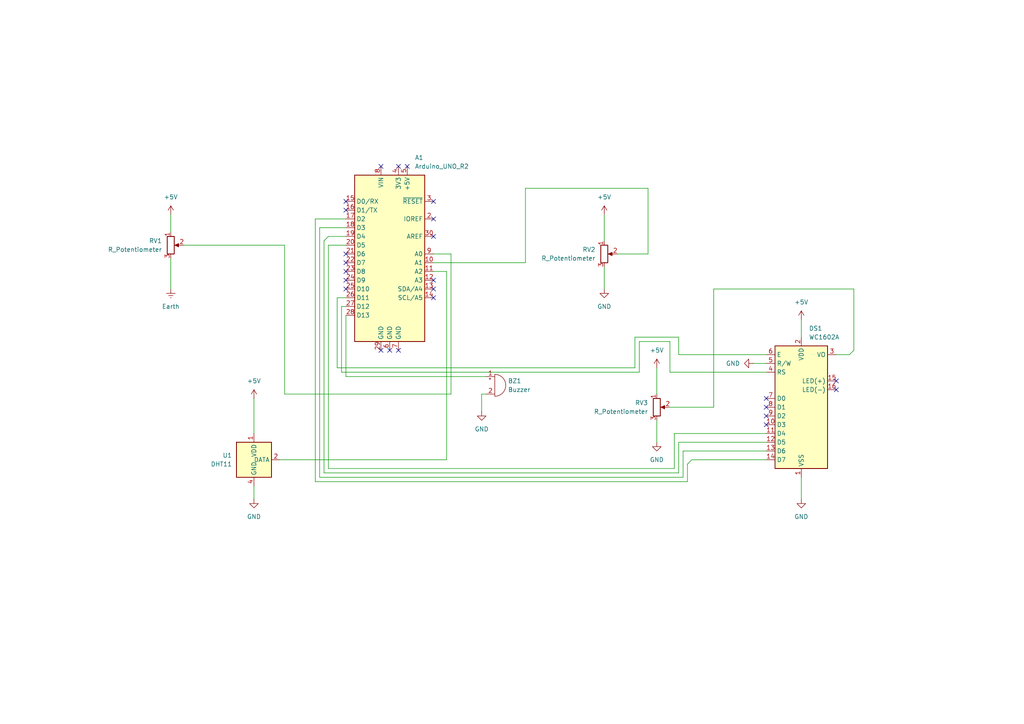
<source format=kicad_sch>
(kicad_sch
	(version 20231120)
	(generator "eeschema")
	(generator_version "8.0")
	(uuid "7a20faf4-767f-4901-a7e9-7d6b13ace5fc")
	(paper "A4")
	(lib_symbols
		(symbol "Device:Buzzer"
			(pin_names
				(offset 0.0254) hide)
			(exclude_from_sim no)
			(in_bom yes)
			(on_board yes)
			(property "Reference" "BZ"
				(at 3.81 1.27 0)
				(effects
					(font
						(size 1.27 1.27)
					)
					(justify left)
				)
			)
			(property "Value" "Buzzer"
				(at 3.81 -1.27 0)
				(effects
					(font
						(size 1.27 1.27)
					)
					(justify left)
				)
			)
			(property "Footprint" ""
				(at -0.635 2.54 90)
				(effects
					(font
						(size 1.27 1.27)
					)
					(hide yes)
				)
			)
			(property "Datasheet" "~"
				(at -0.635 2.54 90)
				(effects
					(font
						(size 1.27 1.27)
					)
					(hide yes)
				)
			)
			(property "Description" "Buzzer, polarized"
				(at 0 0 0)
				(effects
					(font
						(size 1.27 1.27)
					)
					(hide yes)
				)
			)
			(property "ki_keywords" "quartz resonator ceramic"
				(at 0 0 0)
				(effects
					(font
						(size 1.27 1.27)
					)
					(hide yes)
				)
			)
			(property "ki_fp_filters" "*Buzzer*"
				(at 0 0 0)
				(effects
					(font
						(size 1.27 1.27)
					)
					(hide yes)
				)
			)
			(symbol "Buzzer_0_1"
				(arc
					(start 0 -3.175)
					(mid 3.1612 0)
					(end 0 3.175)
					(stroke
						(width 0)
						(type default)
					)
					(fill
						(type none)
					)
				)
				(polyline
					(pts
						(xy -1.651 1.905) (xy -1.143 1.905)
					)
					(stroke
						(width 0)
						(type default)
					)
					(fill
						(type none)
					)
				)
				(polyline
					(pts
						(xy -1.397 2.159) (xy -1.397 1.651)
					)
					(stroke
						(width 0)
						(type default)
					)
					(fill
						(type none)
					)
				)
				(polyline
					(pts
						(xy 0 3.175) (xy 0 -3.175)
					)
					(stroke
						(width 0)
						(type default)
					)
					(fill
						(type none)
					)
				)
			)
			(symbol "Buzzer_1_1"
				(pin passive line
					(at -2.54 2.54 0)
					(length 2.54)
					(name "+"
						(effects
							(font
								(size 1.27 1.27)
							)
						)
					)
					(number "1"
						(effects
							(font
								(size 1.27 1.27)
							)
						)
					)
				)
				(pin passive line
					(at -2.54 -2.54 0)
					(length 2.54)
					(name "-"
						(effects
							(font
								(size 1.27 1.27)
							)
						)
					)
					(number "2"
						(effects
							(font
								(size 1.27 1.27)
							)
						)
					)
				)
			)
		)
		(symbol "Device:R_Potentiometer"
			(pin_names
				(offset 1.016) hide)
			(exclude_from_sim no)
			(in_bom yes)
			(on_board yes)
			(property "Reference" "RV"
				(at -4.445 0 90)
				(effects
					(font
						(size 1.27 1.27)
					)
				)
			)
			(property "Value" "R_Potentiometer"
				(at -2.54 0 90)
				(effects
					(font
						(size 1.27 1.27)
					)
				)
			)
			(property "Footprint" ""
				(at 0 0 0)
				(effects
					(font
						(size 1.27 1.27)
					)
					(hide yes)
				)
			)
			(property "Datasheet" "~"
				(at 0 0 0)
				(effects
					(font
						(size 1.27 1.27)
					)
					(hide yes)
				)
			)
			(property "Description" "Potentiometer"
				(at 0 0 0)
				(effects
					(font
						(size 1.27 1.27)
					)
					(hide yes)
				)
			)
			(property "ki_keywords" "resistor variable"
				(at 0 0 0)
				(effects
					(font
						(size 1.27 1.27)
					)
					(hide yes)
				)
			)
			(property "ki_fp_filters" "Potentiometer*"
				(at 0 0 0)
				(effects
					(font
						(size 1.27 1.27)
					)
					(hide yes)
				)
			)
			(symbol "R_Potentiometer_0_1"
				(polyline
					(pts
						(xy 2.54 0) (xy 1.524 0)
					)
					(stroke
						(width 0)
						(type default)
					)
					(fill
						(type none)
					)
				)
				(polyline
					(pts
						(xy 1.143 0) (xy 2.286 0.508) (xy 2.286 -0.508) (xy 1.143 0)
					)
					(stroke
						(width 0)
						(type default)
					)
					(fill
						(type outline)
					)
				)
				(rectangle
					(start 1.016 2.54)
					(end -1.016 -2.54)
					(stroke
						(width 0.254)
						(type default)
					)
					(fill
						(type none)
					)
				)
			)
			(symbol "R_Potentiometer_1_1"
				(pin passive line
					(at 0 3.81 270)
					(length 1.27)
					(name "1"
						(effects
							(font
								(size 1.27 1.27)
							)
						)
					)
					(number "1"
						(effects
							(font
								(size 1.27 1.27)
							)
						)
					)
				)
				(pin passive line
					(at 3.81 0 180)
					(length 1.27)
					(name "2"
						(effects
							(font
								(size 1.27 1.27)
							)
						)
					)
					(number "2"
						(effects
							(font
								(size 1.27 1.27)
							)
						)
					)
				)
				(pin passive line
					(at 0 -3.81 90)
					(length 1.27)
					(name "3"
						(effects
							(font
								(size 1.27 1.27)
							)
						)
					)
					(number "3"
						(effects
							(font
								(size 1.27 1.27)
							)
						)
					)
				)
			)
		)
		(symbol "Display_Character:WC1602A"
			(exclude_from_sim no)
			(in_bom yes)
			(on_board yes)
			(property "Reference" "DS"
				(at -5.842 19.05 0)
				(effects
					(font
						(size 1.27 1.27)
					)
				)
			)
			(property "Value" "WC1602A"
				(at 5.334 19.05 0)
				(effects
					(font
						(size 1.27 1.27)
					)
				)
			)
			(property "Footprint" "Display:WC1602A"
				(at 0 -22.86 0)
				(effects
					(font
						(size 1.27 1.27)
						(italic yes)
					)
					(hide yes)
				)
			)
			(property "Datasheet" "http://www.wincomlcd.com/pdf/WC1602A-SFYLYHTC06.pdf"
				(at 17.78 0 0)
				(effects
					(font
						(size 1.27 1.27)
					)
					(hide yes)
				)
			)
			(property "Description" "LCD 16x2 Alphanumeric , 8 bit parallel bus, 5V VDD"
				(at 0 0 0)
				(effects
					(font
						(size 1.27 1.27)
					)
					(hide yes)
				)
			)
			(property "ki_keywords" "display LCD dot-matrix"
				(at 0 0 0)
				(effects
					(font
						(size 1.27 1.27)
					)
					(hide yes)
				)
			)
			(property "ki_fp_filters" "*WC*1602A*"
				(at 0 0 0)
				(effects
					(font
						(size 1.27 1.27)
					)
					(hide yes)
				)
			)
			(symbol "WC1602A_1_1"
				(rectangle
					(start -7.62 17.78)
					(end 7.62 -17.78)
					(stroke
						(width 0.254)
						(type default)
					)
					(fill
						(type background)
					)
				)
				(pin power_in line
					(at 0 -20.32 90)
					(length 2.54)
					(name "VSS"
						(effects
							(font
								(size 1.27 1.27)
							)
						)
					)
					(number "1"
						(effects
							(font
								(size 1.27 1.27)
							)
						)
					)
				)
				(pin input line
					(at -10.16 -5.08 0)
					(length 2.54)
					(name "D3"
						(effects
							(font
								(size 1.27 1.27)
							)
						)
					)
					(number "10"
						(effects
							(font
								(size 1.27 1.27)
							)
						)
					)
				)
				(pin input line
					(at -10.16 -7.62 0)
					(length 2.54)
					(name "D4"
						(effects
							(font
								(size 1.27 1.27)
							)
						)
					)
					(number "11"
						(effects
							(font
								(size 1.27 1.27)
							)
						)
					)
				)
				(pin input line
					(at -10.16 -10.16 0)
					(length 2.54)
					(name "D5"
						(effects
							(font
								(size 1.27 1.27)
							)
						)
					)
					(number "12"
						(effects
							(font
								(size 1.27 1.27)
							)
						)
					)
				)
				(pin input line
					(at -10.16 -12.7 0)
					(length 2.54)
					(name "D6"
						(effects
							(font
								(size 1.27 1.27)
							)
						)
					)
					(number "13"
						(effects
							(font
								(size 1.27 1.27)
							)
						)
					)
				)
				(pin input line
					(at -10.16 -15.24 0)
					(length 2.54)
					(name "D7"
						(effects
							(font
								(size 1.27 1.27)
							)
						)
					)
					(number "14"
						(effects
							(font
								(size 1.27 1.27)
							)
						)
					)
				)
				(pin power_in line
					(at 10.16 7.62 180)
					(length 2.54)
					(name "LED(+)"
						(effects
							(font
								(size 1.27 1.27)
							)
						)
					)
					(number "15"
						(effects
							(font
								(size 1.27 1.27)
							)
						)
					)
				)
				(pin power_in line
					(at 10.16 5.08 180)
					(length 2.54)
					(name "LED(-)"
						(effects
							(font
								(size 1.27 1.27)
							)
						)
					)
					(number "16"
						(effects
							(font
								(size 1.27 1.27)
							)
						)
					)
				)
				(pin power_in line
					(at 0 20.32 270)
					(length 2.54)
					(name "VDD"
						(effects
							(font
								(size 1.27 1.27)
							)
						)
					)
					(number "2"
						(effects
							(font
								(size 1.27 1.27)
							)
						)
					)
				)
				(pin input line
					(at 10.16 15.24 180)
					(length 2.54)
					(name "VO"
						(effects
							(font
								(size 1.27 1.27)
							)
						)
					)
					(number "3"
						(effects
							(font
								(size 1.27 1.27)
							)
						)
					)
				)
				(pin input line
					(at -10.16 10.16 0)
					(length 2.54)
					(name "RS"
						(effects
							(font
								(size 1.27 1.27)
							)
						)
					)
					(number "4"
						(effects
							(font
								(size 1.27 1.27)
							)
						)
					)
				)
				(pin input line
					(at -10.16 12.7 0)
					(length 2.54)
					(name "R/W"
						(effects
							(font
								(size 1.27 1.27)
							)
						)
					)
					(number "5"
						(effects
							(font
								(size 1.27 1.27)
							)
						)
					)
				)
				(pin input line
					(at -10.16 15.24 0)
					(length 2.54)
					(name "E"
						(effects
							(font
								(size 1.27 1.27)
							)
						)
					)
					(number "6"
						(effects
							(font
								(size 1.27 1.27)
							)
						)
					)
				)
				(pin input line
					(at -10.16 2.54 0)
					(length 2.54)
					(name "D0"
						(effects
							(font
								(size 1.27 1.27)
							)
						)
					)
					(number "7"
						(effects
							(font
								(size 1.27 1.27)
							)
						)
					)
				)
				(pin input line
					(at -10.16 0 0)
					(length 2.54)
					(name "D1"
						(effects
							(font
								(size 1.27 1.27)
							)
						)
					)
					(number "8"
						(effects
							(font
								(size 1.27 1.27)
							)
						)
					)
				)
				(pin input line
					(at -10.16 -2.54 0)
					(length 2.54)
					(name "D2"
						(effects
							(font
								(size 1.27 1.27)
							)
						)
					)
					(number "9"
						(effects
							(font
								(size 1.27 1.27)
							)
						)
					)
				)
			)
		)
		(symbol "MCU_Module:Arduino_UNO_R2"
			(exclude_from_sim no)
			(in_bom yes)
			(on_board yes)
			(property "Reference" "A"
				(at -10.16 23.495 0)
				(effects
					(font
						(size 1.27 1.27)
					)
					(justify left bottom)
				)
			)
			(property "Value" "Arduino_UNO_R2"
				(at 5.08 -26.67 0)
				(effects
					(font
						(size 1.27 1.27)
					)
					(justify left top)
				)
			)
			(property "Footprint" "Module:Arduino_UNO_R2"
				(at 0 0 0)
				(effects
					(font
						(size 1.27 1.27)
						(italic yes)
					)
					(hide yes)
				)
			)
			(property "Datasheet" "https://www.arduino.cc/en/Main/arduinoBoardUno"
				(at 0 0 0)
				(effects
					(font
						(size 1.27 1.27)
					)
					(hide yes)
				)
			)
			(property "Description" "Arduino UNO Microcontroller Module, release 2"
				(at 0 0 0)
				(effects
					(font
						(size 1.27 1.27)
					)
					(hide yes)
				)
			)
			(property "ki_keywords" "Arduino UNO R3 Microcontroller Module Atmel AVR USB"
				(at 0 0 0)
				(effects
					(font
						(size 1.27 1.27)
					)
					(hide yes)
				)
			)
			(property "ki_fp_filters" "Arduino*UNO*R2*"
				(at 0 0 0)
				(effects
					(font
						(size 1.27 1.27)
					)
					(hide yes)
				)
			)
			(symbol "Arduino_UNO_R2_0_1"
				(rectangle
					(start -10.16 22.86)
					(end 10.16 -25.4)
					(stroke
						(width 0.254)
						(type default)
					)
					(fill
						(type background)
					)
				)
			)
			(symbol "Arduino_UNO_R2_1_1"
				(pin no_connect line
					(at -10.16 -20.32 0)
					(length 2.54) hide
					(name "NC"
						(effects
							(font
								(size 1.27 1.27)
							)
						)
					)
					(number "1"
						(effects
							(font
								(size 1.27 1.27)
							)
						)
					)
				)
				(pin bidirectional line
					(at 12.7 -2.54 180)
					(length 2.54)
					(name "A1"
						(effects
							(font
								(size 1.27 1.27)
							)
						)
					)
					(number "10"
						(effects
							(font
								(size 1.27 1.27)
							)
						)
					)
				)
				(pin bidirectional line
					(at 12.7 -5.08 180)
					(length 2.54)
					(name "A2"
						(effects
							(font
								(size 1.27 1.27)
							)
						)
					)
					(number "11"
						(effects
							(font
								(size 1.27 1.27)
							)
						)
					)
				)
				(pin bidirectional line
					(at 12.7 -7.62 180)
					(length 2.54)
					(name "A3"
						(effects
							(font
								(size 1.27 1.27)
							)
						)
					)
					(number "12"
						(effects
							(font
								(size 1.27 1.27)
							)
						)
					)
				)
				(pin bidirectional line
					(at 12.7 -10.16 180)
					(length 2.54)
					(name "SDA/A4"
						(effects
							(font
								(size 1.27 1.27)
							)
						)
					)
					(number "13"
						(effects
							(font
								(size 1.27 1.27)
							)
						)
					)
				)
				(pin bidirectional line
					(at 12.7 -12.7 180)
					(length 2.54)
					(name "SCL/A5"
						(effects
							(font
								(size 1.27 1.27)
							)
						)
					)
					(number "14"
						(effects
							(font
								(size 1.27 1.27)
							)
						)
					)
				)
				(pin bidirectional line
					(at -12.7 15.24 0)
					(length 2.54)
					(name "D0/RX"
						(effects
							(font
								(size 1.27 1.27)
							)
						)
					)
					(number "15"
						(effects
							(font
								(size 1.27 1.27)
							)
						)
					)
				)
				(pin bidirectional line
					(at -12.7 12.7 0)
					(length 2.54)
					(name "D1/TX"
						(effects
							(font
								(size 1.27 1.27)
							)
						)
					)
					(number "16"
						(effects
							(font
								(size 1.27 1.27)
							)
						)
					)
				)
				(pin bidirectional line
					(at -12.7 10.16 0)
					(length 2.54)
					(name "D2"
						(effects
							(font
								(size 1.27 1.27)
							)
						)
					)
					(number "17"
						(effects
							(font
								(size 1.27 1.27)
							)
						)
					)
				)
				(pin bidirectional line
					(at -12.7 7.62 0)
					(length 2.54)
					(name "D3"
						(effects
							(font
								(size 1.27 1.27)
							)
						)
					)
					(number "18"
						(effects
							(font
								(size 1.27 1.27)
							)
						)
					)
				)
				(pin bidirectional line
					(at -12.7 5.08 0)
					(length 2.54)
					(name "D4"
						(effects
							(font
								(size 1.27 1.27)
							)
						)
					)
					(number "19"
						(effects
							(font
								(size 1.27 1.27)
							)
						)
					)
				)
				(pin output line
					(at 12.7 10.16 180)
					(length 2.54)
					(name "IOREF"
						(effects
							(font
								(size 1.27 1.27)
							)
						)
					)
					(number "2"
						(effects
							(font
								(size 1.27 1.27)
							)
						)
					)
				)
				(pin bidirectional line
					(at -12.7 2.54 0)
					(length 2.54)
					(name "D5"
						(effects
							(font
								(size 1.27 1.27)
							)
						)
					)
					(number "20"
						(effects
							(font
								(size 1.27 1.27)
							)
						)
					)
				)
				(pin bidirectional line
					(at -12.7 0 0)
					(length 2.54)
					(name "D6"
						(effects
							(font
								(size 1.27 1.27)
							)
						)
					)
					(number "21"
						(effects
							(font
								(size 1.27 1.27)
							)
						)
					)
				)
				(pin bidirectional line
					(at -12.7 -2.54 0)
					(length 2.54)
					(name "D7"
						(effects
							(font
								(size 1.27 1.27)
							)
						)
					)
					(number "22"
						(effects
							(font
								(size 1.27 1.27)
							)
						)
					)
				)
				(pin bidirectional line
					(at -12.7 -5.08 0)
					(length 2.54)
					(name "D8"
						(effects
							(font
								(size 1.27 1.27)
							)
						)
					)
					(number "23"
						(effects
							(font
								(size 1.27 1.27)
							)
						)
					)
				)
				(pin bidirectional line
					(at -12.7 -7.62 0)
					(length 2.54)
					(name "D9"
						(effects
							(font
								(size 1.27 1.27)
							)
						)
					)
					(number "24"
						(effects
							(font
								(size 1.27 1.27)
							)
						)
					)
				)
				(pin bidirectional line
					(at -12.7 -10.16 0)
					(length 2.54)
					(name "D10"
						(effects
							(font
								(size 1.27 1.27)
							)
						)
					)
					(number "25"
						(effects
							(font
								(size 1.27 1.27)
							)
						)
					)
				)
				(pin bidirectional line
					(at -12.7 -12.7 0)
					(length 2.54)
					(name "D11"
						(effects
							(font
								(size 1.27 1.27)
							)
						)
					)
					(number "26"
						(effects
							(font
								(size 1.27 1.27)
							)
						)
					)
				)
				(pin bidirectional line
					(at -12.7 -15.24 0)
					(length 2.54)
					(name "D12"
						(effects
							(font
								(size 1.27 1.27)
							)
						)
					)
					(number "27"
						(effects
							(font
								(size 1.27 1.27)
							)
						)
					)
				)
				(pin bidirectional line
					(at -12.7 -17.78 0)
					(length 2.54)
					(name "D13"
						(effects
							(font
								(size 1.27 1.27)
							)
						)
					)
					(number "28"
						(effects
							(font
								(size 1.27 1.27)
							)
						)
					)
				)
				(pin power_in line
					(at -2.54 -27.94 90)
					(length 2.54)
					(name "GND"
						(effects
							(font
								(size 1.27 1.27)
							)
						)
					)
					(number "29"
						(effects
							(font
								(size 1.27 1.27)
							)
						)
					)
				)
				(pin input line
					(at 12.7 15.24 180)
					(length 2.54)
					(name "~{RESET}"
						(effects
							(font
								(size 1.27 1.27)
							)
						)
					)
					(number "3"
						(effects
							(font
								(size 1.27 1.27)
							)
						)
					)
				)
				(pin input line
					(at 12.7 5.08 180)
					(length 2.54)
					(name "AREF"
						(effects
							(font
								(size 1.27 1.27)
							)
						)
					)
					(number "30"
						(effects
							(font
								(size 1.27 1.27)
							)
						)
					)
				)
				(pin power_out line
					(at 2.54 25.4 270)
					(length 2.54)
					(name "3V3"
						(effects
							(font
								(size 1.27 1.27)
							)
						)
					)
					(number "4"
						(effects
							(font
								(size 1.27 1.27)
							)
						)
					)
				)
				(pin power_out line
					(at 5.08 25.4 270)
					(length 2.54)
					(name "+5V"
						(effects
							(font
								(size 1.27 1.27)
							)
						)
					)
					(number "5"
						(effects
							(font
								(size 1.27 1.27)
							)
						)
					)
				)
				(pin power_in line
					(at 0 -27.94 90)
					(length 2.54)
					(name "GND"
						(effects
							(font
								(size 1.27 1.27)
							)
						)
					)
					(number "6"
						(effects
							(font
								(size 1.27 1.27)
							)
						)
					)
				)
				(pin power_in line
					(at 2.54 -27.94 90)
					(length 2.54)
					(name "GND"
						(effects
							(font
								(size 1.27 1.27)
							)
						)
					)
					(number "7"
						(effects
							(font
								(size 1.27 1.27)
							)
						)
					)
				)
				(pin power_in line
					(at -2.54 25.4 270)
					(length 2.54)
					(name "VIN"
						(effects
							(font
								(size 1.27 1.27)
							)
						)
					)
					(number "8"
						(effects
							(font
								(size 1.27 1.27)
							)
						)
					)
				)
				(pin bidirectional line
					(at 12.7 0 180)
					(length 2.54)
					(name "A0"
						(effects
							(font
								(size 1.27 1.27)
							)
						)
					)
					(number "9"
						(effects
							(font
								(size 1.27 1.27)
							)
						)
					)
				)
			)
		)
		(symbol "Sensor:DHT11"
			(exclude_from_sim no)
			(in_bom yes)
			(on_board yes)
			(property "Reference" "U"
				(at -3.81 6.35 0)
				(effects
					(font
						(size 1.27 1.27)
					)
				)
			)
			(property "Value" "DHT11"
				(at 3.81 6.35 0)
				(effects
					(font
						(size 1.27 1.27)
					)
				)
			)
			(property "Footprint" "Sensor:Aosong_DHT11_5.5x12.0_P2.54mm"
				(at 0 -10.16 0)
				(effects
					(font
						(size 1.27 1.27)
					)
					(hide yes)
				)
			)
			(property "Datasheet" "http://akizukidenshi.com/download/ds/aosong/DHT11.pdf"
				(at 3.81 6.35 0)
				(effects
					(font
						(size 1.27 1.27)
					)
					(hide yes)
				)
			)
			(property "Description" "3.3V to 5.5V, temperature and humidity module, DHT11"
				(at 0 0 0)
				(effects
					(font
						(size 1.27 1.27)
					)
					(hide yes)
				)
			)
			(property "ki_keywords" "digital sensor"
				(at 0 0 0)
				(effects
					(font
						(size 1.27 1.27)
					)
					(hide yes)
				)
			)
			(property "ki_fp_filters" "Aosong*DHT11*5.5x12.0*P2.54mm*"
				(at 0 0 0)
				(effects
					(font
						(size 1.27 1.27)
					)
					(hide yes)
				)
			)
			(symbol "DHT11_0_1"
				(rectangle
					(start -5.08 5.08)
					(end 5.08 -5.08)
					(stroke
						(width 0.254)
						(type default)
					)
					(fill
						(type background)
					)
				)
			)
			(symbol "DHT11_1_1"
				(pin power_in line
					(at 0 7.62 270)
					(length 2.54)
					(name "VDD"
						(effects
							(font
								(size 1.27 1.27)
							)
						)
					)
					(number "1"
						(effects
							(font
								(size 1.27 1.27)
							)
						)
					)
				)
				(pin bidirectional line
					(at 7.62 0 180)
					(length 2.54)
					(name "DATA"
						(effects
							(font
								(size 1.27 1.27)
							)
						)
					)
					(number "2"
						(effects
							(font
								(size 1.27 1.27)
							)
						)
					)
				)
				(pin no_connect line
					(at -5.08 0 0)
					(length 2.54) hide
					(name "NC"
						(effects
							(font
								(size 1.27 1.27)
							)
						)
					)
					(number "3"
						(effects
							(font
								(size 1.27 1.27)
							)
						)
					)
				)
				(pin power_in line
					(at 0 -7.62 90)
					(length 2.54)
					(name "GND"
						(effects
							(font
								(size 1.27 1.27)
							)
						)
					)
					(number "4"
						(effects
							(font
								(size 1.27 1.27)
							)
						)
					)
				)
			)
		)
		(symbol "power:+1V0"
			(power)
			(pin_numbers hide)
			(pin_names
				(offset 0) hide)
			(exclude_from_sim no)
			(in_bom yes)
			(on_board yes)
			(property "Reference" "#PWR"
				(at 0 -3.81 0)
				(effects
					(font
						(size 1.27 1.27)
					)
					(hide yes)
				)
			)
			(property "Value" "+1V0"
				(at 0 3.556 0)
				(effects
					(font
						(size 1.27 1.27)
					)
				)
			)
			(property "Footprint" ""
				(at 0 0 0)
				(effects
					(font
						(size 1.27 1.27)
					)
					(hide yes)
				)
			)
			(property "Datasheet" ""
				(at 0 0 0)
				(effects
					(font
						(size 1.27 1.27)
					)
					(hide yes)
				)
			)
			(property "Description" "Power symbol creates a global label with name \"+1V0\""
				(at 0 0 0)
				(effects
					(font
						(size 1.27 1.27)
					)
					(hide yes)
				)
			)
			(property "ki_keywords" "global power"
				(at 0 0 0)
				(effects
					(font
						(size 1.27 1.27)
					)
					(hide yes)
				)
			)
			(symbol "+1V0_0_1"
				(polyline
					(pts
						(xy -0.762 1.27) (xy 0 2.54)
					)
					(stroke
						(width 0)
						(type default)
					)
					(fill
						(type none)
					)
				)
				(polyline
					(pts
						(xy 0 0) (xy 0 2.54)
					)
					(stroke
						(width 0)
						(type default)
					)
					(fill
						(type none)
					)
				)
				(polyline
					(pts
						(xy 0 2.54) (xy 0.762 1.27)
					)
					(stroke
						(width 0)
						(type default)
					)
					(fill
						(type none)
					)
				)
			)
			(symbol "+1V0_1_1"
				(pin power_in line
					(at 0 0 90)
					(length 0)
					(name "~"
						(effects
							(font
								(size 1.27 1.27)
							)
						)
					)
					(number "1"
						(effects
							(font
								(size 1.27 1.27)
							)
						)
					)
				)
			)
		)
		(symbol "power:Earth"
			(power)
			(pin_numbers hide)
			(pin_names
				(offset 0) hide)
			(exclude_from_sim no)
			(in_bom yes)
			(on_board yes)
			(property "Reference" "#PWR"
				(at 0 -6.35 0)
				(effects
					(font
						(size 1.27 1.27)
					)
					(hide yes)
				)
			)
			(property "Value" "Earth"
				(at 0 -3.81 0)
				(effects
					(font
						(size 1.27 1.27)
					)
				)
			)
			(property "Footprint" ""
				(at 0 0 0)
				(effects
					(font
						(size 1.27 1.27)
					)
					(hide yes)
				)
			)
			(property "Datasheet" "~"
				(at 0 0 0)
				(effects
					(font
						(size 1.27 1.27)
					)
					(hide yes)
				)
			)
			(property "Description" "Power symbol creates a global label with name \"Earth\""
				(at 0 0 0)
				(effects
					(font
						(size 1.27 1.27)
					)
					(hide yes)
				)
			)
			(property "ki_keywords" "global ground gnd"
				(at 0 0 0)
				(effects
					(font
						(size 1.27 1.27)
					)
					(hide yes)
				)
			)
			(symbol "Earth_0_1"
				(polyline
					(pts
						(xy -0.635 -1.905) (xy 0.635 -1.905)
					)
					(stroke
						(width 0)
						(type default)
					)
					(fill
						(type none)
					)
				)
				(polyline
					(pts
						(xy -0.127 -2.54) (xy 0.127 -2.54)
					)
					(stroke
						(width 0)
						(type default)
					)
					(fill
						(type none)
					)
				)
				(polyline
					(pts
						(xy 0 -1.27) (xy 0 0)
					)
					(stroke
						(width 0)
						(type default)
					)
					(fill
						(type none)
					)
				)
				(polyline
					(pts
						(xy 1.27 -1.27) (xy -1.27 -1.27)
					)
					(stroke
						(width 0)
						(type default)
					)
					(fill
						(type none)
					)
				)
			)
			(symbol "Earth_1_1"
				(pin power_in line
					(at 0 0 270)
					(length 0)
					(name "~"
						(effects
							(font
								(size 1.27 1.27)
							)
						)
					)
					(number "1"
						(effects
							(font
								(size 1.27 1.27)
							)
						)
					)
				)
			)
		)
		(symbol "power:GND"
			(power)
			(pin_numbers hide)
			(pin_names
				(offset 0) hide)
			(exclude_from_sim no)
			(in_bom yes)
			(on_board yes)
			(property "Reference" "#PWR"
				(at 0 -6.35 0)
				(effects
					(font
						(size 1.27 1.27)
					)
					(hide yes)
				)
			)
			(property "Value" "GND"
				(at 0 -3.81 0)
				(effects
					(font
						(size 1.27 1.27)
					)
				)
			)
			(property "Footprint" ""
				(at 0 0 0)
				(effects
					(font
						(size 1.27 1.27)
					)
					(hide yes)
				)
			)
			(property "Datasheet" ""
				(at 0 0 0)
				(effects
					(font
						(size 1.27 1.27)
					)
					(hide yes)
				)
			)
			(property "Description" "Power symbol creates a global label with name \"GND\" , ground"
				(at 0 0 0)
				(effects
					(font
						(size 1.27 1.27)
					)
					(hide yes)
				)
			)
			(property "ki_keywords" "global power"
				(at 0 0 0)
				(effects
					(font
						(size 1.27 1.27)
					)
					(hide yes)
				)
			)
			(symbol "GND_0_1"
				(polyline
					(pts
						(xy 0 0) (xy 0 -1.27) (xy 1.27 -1.27) (xy 0 -2.54) (xy -1.27 -1.27) (xy 0 -1.27)
					)
					(stroke
						(width 0)
						(type default)
					)
					(fill
						(type none)
					)
				)
			)
			(symbol "GND_1_1"
				(pin power_in line
					(at 0 0 270)
					(length 0)
					(name "~"
						(effects
							(font
								(size 1.27 1.27)
							)
						)
					)
					(number "1"
						(effects
							(font
								(size 1.27 1.27)
							)
						)
					)
				)
			)
		)
	)
	(no_connect
		(at 100.33 76.2)
		(uuid "03b02a15-a667-4f52-9b54-4e3dab304a15")
	)
	(no_connect
		(at 125.73 81.28)
		(uuid "04841a29-8bb9-4ff9-837d-d4060e160dc6")
	)
	(no_connect
		(at 100.33 58.42)
		(uuid "05ad160c-e223-42cf-9b87-ef54e3a5495f")
	)
	(no_connect
		(at 110.49 48.26)
		(uuid "06f8a94f-e2f9-4c68-a0b8-e12354d0fa12")
	)
	(no_connect
		(at 115.57 48.26)
		(uuid "0e4f0f51-1ff1-44a9-9954-4fa5db880282")
	)
	(no_connect
		(at 100.33 60.96)
		(uuid "17f92508-4c41-4c8f-88e7-a7415ffd832e")
	)
	(no_connect
		(at 125.73 58.42)
		(uuid "1be0b3c6-a1ab-4776-89f9-f5438ad3a69f")
	)
	(no_connect
		(at 125.73 68.58)
		(uuid "2c86d749-58ac-4086-806d-475540941e39")
	)
	(no_connect
		(at 100.33 78.74)
		(uuid "2d629f4b-90e0-45e6-ac11-950ab83faf83")
	)
	(no_connect
		(at 125.73 63.5)
		(uuid "4104fb1c-d606-4ed6-b8ec-cb9c40639fbf")
	)
	(no_connect
		(at 113.03 101.6)
		(uuid "4f3e5826-4d50-44f9-88f4-8f18bbe29829")
	)
	(no_connect
		(at 118.11 48.26)
		(uuid "513e551a-fe21-46ac-8f4b-1412425c7249")
	)
	(no_connect
		(at 222.25 115.57)
		(uuid "53ca394f-a157-42c4-8a84-4e2b233b3476")
	)
	(no_connect
		(at 100.33 83.82)
		(uuid "5ac9fc1e-82e8-400f-8c72-fc07bc9abc20")
	)
	(no_connect
		(at 115.57 101.6)
		(uuid "6563b2ed-5204-4b5f-9ebb-6777dad08adb")
	)
	(no_connect
		(at 242.57 110.49)
		(uuid "7095a9cd-5763-4a77-b199-d2a23719296d")
	)
	(no_connect
		(at 125.73 86.36)
		(uuid "772b292e-e6d7-4510-b721-83473464d95f")
	)
	(no_connect
		(at 110.49 101.6)
		(uuid "7a30ffe4-82a9-4684-bfcc-38d5760d7fff")
	)
	(no_connect
		(at 242.57 113.03)
		(uuid "7e3bbc15-37ee-42fb-b087-2347a89767bb")
	)
	(no_connect
		(at 100.33 81.28)
		(uuid "a1a27e7f-5141-4941-a95d-486f9d3d2337")
	)
	(no_connect
		(at 222.25 123.19)
		(uuid "b18839c2-37ae-4dd4-9ef7-2b1d276531ec")
	)
	(no_connect
		(at 125.73 83.82)
		(uuid "bbf86066-6860-4b51-b730-05da5673fc22")
	)
	(no_connect
		(at 222.25 120.65)
		(uuid "dcfec7cc-2497-482d-8373-99a55baa1f0b")
	)
	(no_connect
		(at 222.25 118.11)
		(uuid "e2b873fc-a1a3-4a06-9def-0947be5f2518")
	)
	(no_connect
		(at 100.33 73.66)
		(uuid "f6d5d640-12c9-4e02-ae29-a71d28f82008")
	)
	(wire
		(pts
			(xy 199.39 134.62) (xy 200.66 133.35)
		)
		(stroke
			(width 0)
			(type default)
		)
		(uuid "02da7152-29a7-40be-a38a-b7517c4df17d")
	)
	(wire
		(pts
			(xy 187.96 54.61) (xy 187.96 73.66)
		)
		(stroke
			(width 0)
			(type default)
		)
		(uuid "0371aeb0-948b-465a-9438-91a48fd77466")
	)
	(wire
		(pts
			(xy 49.53 62.23) (xy 49.53 67.31)
		)
		(stroke
			(width 0)
			(type default)
		)
		(uuid "0e4bcca1-0afe-4499-a1b8-4d9bee9cb4ce")
	)
	(wire
		(pts
			(xy 95.25 68.58) (xy 93.98 69.85)
		)
		(stroke
			(width 0)
			(type default)
		)
		(uuid "0e74e2e2-9be1-4497-90e1-5c4e5c0057de")
	)
	(wire
		(pts
			(xy 92.71 66.04) (xy 100.33 66.04)
		)
		(stroke
			(width 0)
			(type default)
		)
		(uuid "101371d1-8335-48b7-9f2e-12d4bbf204f2")
	)
	(wire
		(pts
			(xy 200.66 133.35) (xy 222.25 133.35)
		)
		(stroke
			(width 0)
			(type default)
		)
		(uuid "125e4db5-8d55-411e-b149-2521691d9b19")
	)
	(wire
		(pts
			(xy 195.58 125.73) (xy 195.58 135.89)
		)
		(stroke
			(width 0)
			(type default)
		)
		(uuid "12e32651-3716-4d58-bc69-71566916d05c")
	)
	(wire
		(pts
			(xy 152.4 54.61) (xy 152.4 76.2)
		)
		(stroke
			(width 0)
			(type default)
		)
		(uuid "13325dc4-f893-49ec-829c-8eafb09f4e17")
	)
	(wire
		(pts
			(xy 247.65 101.6) (xy 246.38 102.87)
		)
		(stroke
			(width 0)
			(type default)
		)
		(uuid "1499d776-cef0-44f8-96a3-63bf8ec0f144")
	)
	(wire
		(pts
			(xy 196.85 128.27) (xy 196.85 137.16)
		)
		(stroke
			(width 0)
			(type default)
		)
		(uuid "1886657f-9a13-4119-8060-8d90b5c3b4fd")
	)
	(wire
		(pts
			(xy 198.12 130.81) (xy 222.25 130.81)
		)
		(stroke
			(width 0)
			(type default)
		)
		(uuid "19c91174-0e65-4604-90c7-11c2b9084b60")
	)
	(wire
		(pts
			(xy 175.26 62.23) (xy 175.26 69.85)
		)
		(stroke
			(width 0)
			(type default)
		)
		(uuid "1b3a3233-7db3-4a58-9197-fd599ffb7034")
	)
	(wire
		(pts
			(xy 152.4 54.61) (xy 187.96 54.61)
		)
		(stroke
			(width 0)
			(type default)
		)
		(uuid "20c0c983-2a95-4341-9cee-0bb8a5b9a584")
	)
	(wire
		(pts
			(xy 185.42 99.06) (xy 194.31 99.06)
		)
		(stroke
			(width 0)
			(type default)
		)
		(uuid "216d2f33-4ccc-4103-90e1-e1d15c823aca")
	)
	(wire
		(pts
			(xy 82.55 71.12) (xy 82.55 114.3)
		)
		(stroke
			(width 0)
			(type default)
		)
		(uuid "24c75622-4e00-4270-a8d8-4ffd5422aae5")
	)
	(wire
		(pts
			(xy 125.73 76.2) (xy 152.4 76.2)
		)
		(stroke
			(width 0)
			(type default)
		)
		(uuid "298231c3-59d1-412b-99e3-2e64758e657a")
	)
	(wire
		(pts
			(xy 93.98 137.16) (xy 196.85 137.16)
		)
		(stroke
			(width 0)
			(type default)
		)
		(uuid "2c603e6f-61ef-4638-ae42-871bc745b224")
	)
	(wire
		(pts
			(xy 125.73 78.74) (xy 129.54 78.74)
		)
		(stroke
			(width 0)
			(type default)
		)
		(uuid "2ffa6ed7-8098-441e-92f7-5a4ba94ca80a")
	)
	(wire
		(pts
			(xy 97.79 106.68) (xy 184.15 106.68)
		)
		(stroke
			(width 0)
			(type default)
		)
		(uuid "3d1760d7-45ae-46ab-aace-8c116d8b80a4")
	)
	(wire
		(pts
			(xy 218.44 105.41) (xy 222.25 105.41)
		)
		(stroke
			(width 0)
			(type default)
		)
		(uuid "3e5b4b1d-62ee-4e9d-b7de-4489325e166d")
	)
	(wire
		(pts
			(xy 207.01 83.82) (xy 207.01 118.11)
		)
		(stroke
			(width 0)
			(type default)
		)
		(uuid "42659701-4b49-4050-94b5-be6961afacf7")
	)
	(wire
		(pts
			(xy 184.15 97.79) (xy 196.85 97.79)
		)
		(stroke
			(width 0)
			(type default)
		)
		(uuid "477a4fec-aeb1-466b-ae80-377404bccbbb")
	)
	(wire
		(pts
			(xy 100.33 91.44) (xy 100.33 109.22)
		)
		(stroke
			(width 0)
			(type default)
		)
		(uuid "524b078b-3c7e-49e0-b4a9-3c3ee6977a05")
	)
	(wire
		(pts
			(xy 92.71 138.43) (xy 198.12 138.43)
		)
		(stroke
			(width 0)
			(type default)
		)
		(uuid "547af51f-de9e-4845-b207-2dc83394ac48")
	)
	(wire
		(pts
			(xy 53.34 71.12) (xy 82.55 71.12)
		)
		(stroke
			(width 0)
			(type default)
		)
		(uuid "5f628d1e-d764-4962-8a9f-f5e76a37ab4d")
	)
	(wire
		(pts
			(xy 194.31 107.95) (xy 222.25 107.95)
		)
		(stroke
			(width 0)
			(type default)
		)
		(uuid "617902d6-4fc5-4948-a6b3-9357eb638817")
	)
	(wire
		(pts
			(xy 242.57 102.87) (xy 246.38 102.87)
		)
		(stroke
			(width 0)
			(type default)
		)
		(uuid "61e62a28-8ef5-4bbf-a083-42b81fa69ca1")
	)
	(wire
		(pts
			(xy 232.41 138.43) (xy 232.41 144.78)
		)
		(stroke
			(width 0)
			(type default)
		)
		(uuid "62c03912-67b8-40db-99d3-c3ddaf7e3861")
	)
	(wire
		(pts
			(xy 97.79 86.36) (xy 97.79 106.68)
		)
		(stroke
			(width 0)
			(type default)
		)
		(uuid "668a15d5-e779-4312-a00e-8739a90312e8")
	)
	(wire
		(pts
			(xy 92.71 66.04) (xy 92.71 138.43)
		)
		(stroke
			(width 0)
			(type default)
		)
		(uuid "6e45f1f6-b5e0-4a56-88f8-7664dee4b312")
	)
	(wire
		(pts
			(xy 199.39 139.7) (xy 199.39 134.62)
		)
		(stroke
			(width 0)
			(type default)
		)
		(uuid "72b851cd-efae-4455-909d-cd0637908bdc")
	)
	(wire
		(pts
			(xy 73.66 140.97) (xy 73.66 144.78)
		)
		(stroke
			(width 0)
			(type default)
		)
		(uuid "74872b3d-03db-4a68-8c98-8dcc76c15b0a")
	)
	(wire
		(pts
			(xy 93.98 69.85) (xy 93.98 137.16)
		)
		(stroke
			(width 0)
			(type default)
		)
		(uuid "771a9b64-1b7b-407d-b9a5-713329f43815")
	)
	(wire
		(pts
			(xy 100.33 68.58) (xy 95.25 68.58)
		)
		(stroke
			(width 0)
			(type default)
		)
		(uuid "8264a8bd-60e1-4c92-a9eb-dae7a4c7a20b")
	)
	(wire
		(pts
			(xy 139.7 114.3) (xy 140.97 114.3)
		)
		(stroke
			(width 0)
			(type default)
		)
		(uuid "866a2055-50b1-4b05-8ae1-4899b2ce3b5c")
	)
	(wire
		(pts
			(xy 232.41 92.71) (xy 232.41 97.79)
		)
		(stroke
			(width 0)
			(type default)
		)
		(uuid "8e80ea24-a227-457d-b5b7-1d16387a3ee0")
	)
	(wire
		(pts
			(xy 175.26 77.47) (xy 175.26 83.82)
		)
		(stroke
			(width 0)
			(type default)
		)
		(uuid "900c6ddf-b737-4320-bcbe-706b6f5abeee")
	)
	(wire
		(pts
			(xy 73.66 115.57) (xy 73.66 125.73)
		)
		(stroke
			(width 0)
			(type default)
		)
		(uuid "94e96f52-5edb-4971-9ffc-dd7362e8ea69")
	)
	(wire
		(pts
			(xy 100.33 109.22) (xy 140.97 109.22)
		)
		(stroke
			(width 0)
			(type default)
		)
		(uuid "99954ef6-8302-4fef-a36d-6f69afa6b5cc")
	)
	(wire
		(pts
			(xy 190.5 121.92) (xy 190.5 128.27)
		)
		(stroke
			(width 0)
			(type default)
		)
		(uuid "9baa8343-be17-466d-8348-1a62d2fcf51a")
	)
	(wire
		(pts
			(xy 81.28 133.35) (xy 129.54 133.35)
		)
		(stroke
			(width 0)
			(type default)
		)
		(uuid "9e58a891-7d09-4616-b557-75ea20ff6a5a")
	)
	(wire
		(pts
			(xy 91.44 139.7) (xy 199.39 139.7)
		)
		(stroke
			(width 0)
			(type default)
		)
		(uuid "a1072198-c138-4cbf-b334-32a2887a4d40")
	)
	(wire
		(pts
			(xy 125.73 73.66) (xy 130.81 73.66)
		)
		(stroke
			(width 0)
			(type default)
		)
		(uuid "a70ffbcc-5ec6-433f-a1ea-dd13c9db4945")
	)
	(wire
		(pts
			(xy 99.06 107.95) (xy 185.42 107.95)
		)
		(stroke
			(width 0)
			(type default)
		)
		(uuid "aff886f7-d174-47a0-9acd-bda0eb471d43")
	)
	(wire
		(pts
			(xy 194.31 118.11) (xy 207.01 118.11)
		)
		(stroke
			(width 0)
			(type default)
		)
		(uuid "bb6aa99d-d359-4607-b6ae-d22e9528453c")
	)
	(wire
		(pts
			(xy 185.42 99.06) (xy 185.42 107.95)
		)
		(stroke
			(width 0)
			(type default)
		)
		(uuid "bcf139fb-df05-447e-a522-5d5ec3391387")
	)
	(wire
		(pts
			(xy 196.85 97.79) (xy 196.85 102.87)
		)
		(stroke
			(width 0)
			(type default)
		)
		(uuid "c009e4d9-6e63-42c8-9dd6-85f37e09f675")
	)
	(wire
		(pts
			(xy 130.81 73.66) (xy 130.81 114.3)
		)
		(stroke
			(width 0)
			(type default)
		)
		(uuid "c33502e8-b3ff-4c07-95ed-45718e4418b4")
	)
	(wire
		(pts
			(xy 129.54 78.74) (xy 129.54 133.35)
		)
		(stroke
			(width 0)
			(type default)
		)
		(uuid "c5d42e7a-a53a-4964-beaa-d5800e8c4c3d")
	)
	(wire
		(pts
			(xy 49.53 74.93) (xy 49.53 83.82)
		)
		(stroke
			(width 0)
			(type default)
		)
		(uuid "cccb8f22-3e41-4d18-a58c-ce61befdefa6")
	)
	(wire
		(pts
			(xy 99.06 88.9) (xy 99.06 107.95)
		)
		(stroke
			(width 0)
			(type default)
		)
		(uuid "cd399752-c080-4142-b37e-d9f4d0458c8e")
	)
	(wire
		(pts
			(xy 179.07 73.66) (xy 187.96 73.66)
		)
		(stroke
			(width 0)
			(type default)
		)
		(uuid "cdbbcc78-6adb-4015-a61d-347d1bdd3f90")
	)
	(wire
		(pts
			(xy 196.85 128.27) (xy 222.25 128.27)
		)
		(stroke
			(width 0)
			(type default)
		)
		(uuid "cf051983-750f-48c1-94eb-f237b15e6539")
	)
	(wire
		(pts
			(xy 195.58 125.73) (xy 222.25 125.73)
		)
		(stroke
			(width 0)
			(type default)
		)
		(uuid "d06c4b83-6ca1-4fac-8fa4-99fdd86617f1")
	)
	(wire
		(pts
			(xy 82.55 114.3) (xy 130.81 114.3)
		)
		(stroke
			(width 0)
			(type default)
		)
		(uuid "d3e43beb-005f-4aaa-9b74-8c8c88ddcc60")
	)
	(wire
		(pts
			(xy 196.85 102.87) (xy 222.25 102.87)
		)
		(stroke
			(width 0)
			(type default)
		)
		(uuid "d44a1838-4a8a-4287-a307-34c01aa9f9e9")
	)
	(wire
		(pts
			(xy 95.25 135.89) (xy 195.58 135.89)
		)
		(stroke
			(width 0)
			(type default)
		)
		(uuid "d53a0a70-1295-4493-b0e7-1a4bd104f6b9")
	)
	(wire
		(pts
			(xy 95.25 71.12) (xy 100.33 71.12)
		)
		(stroke
			(width 0)
			(type default)
		)
		(uuid "deb0df42-dcb7-4a10-9c46-f7e8af6958d6")
	)
	(wire
		(pts
			(xy 194.31 99.06) (xy 194.31 107.95)
		)
		(stroke
			(width 0)
			(type default)
		)
		(uuid "e0a8c938-bf06-4211-9ec5-5e558a22602f")
	)
	(wire
		(pts
			(xy 190.5 106.68) (xy 190.5 114.3)
		)
		(stroke
			(width 0)
			(type default)
		)
		(uuid "e18cbfd0-5e54-4219-b625-4ccc7d6e9493")
	)
	(wire
		(pts
			(xy 95.25 71.12) (xy 95.25 135.89)
		)
		(stroke
			(width 0)
			(type default)
		)
		(uuid "e2ccc0f3-8d26-46ba-8ff9-7c3eec111635")
	)
	(wire
		(pts
			(xy 91.44 63.5) (xy 91.44 139.7)
		)
		(stroke
			(width 0)
			(type default)
		)
		(uuid "eef6061b-4e44-477a-894a-cc928cce0a4e")
	)
	(wire
		(pts
			(xy 198.12 130.81) (xy 198.12 138.43)
		)
		(stroke
			(width 0)
			(type default)
		)
		(uuid "f0020cc4-f681-4798-b28d-7989fa156b28")
	)
	(wire
		(pts
			(xy 99.06 88.9) (xy 100.33 88.9)
		)
		(stroke
			(width 0)
			(type default)
		)
		(uuid "f0152a95-7e42-4a5c-b032-aa9c96ce3483")
	)
	(wire
		(pts
			(xy 207.01 83.82) (xy 247.65 83.82)
		)
		(stroke
			(width 0)
			(type default)
		)
		(uuid "f1e393b8-a245-4c25-b63c-7d0737f31069")
	)
	(wire
		(pts
			(xy 139.7 114.3) (xy 139.7 119.38)
		)
		(stroke
			(width 0)
			(type default)
		)
		(uuid "f4027b03-aab2-48b1-8b95-c719cf288055")
	)
	(wire
		(pts
			(xy 97.79 86.36) (xy 100.33 86.36)
		)
		(stroke
			(width 0)
			(type default)
		)
		(uuid "f591e588-bde2-47ca-8d9c-678553623beb")
	)
	(wire
		(pts
			(xy 247.65 83.82) (xy 247.65 101.6)
		)
		(stroke
			(width 0)
			(type default)
		)
		(uuid "f69dc439-40c6-4acc-8307-1e7490bdf00d")
	)
	(wire
		(pts
			(xy 184.15 97.79) (xy 184.15 106.68)
		)
		(stroke
			(width 0)
			(type default)
		)
		(uuid "fe06497b-6f10-4559-9d2f-00621e44743c")
	)
	(wire
		(pts
			(xy 91.44 63.5) (xy 100.33 63.5)
		)
		(stroke
			(width 0)
			(type default)
		)
		(uuid "fe51d4f2-5692-47f1-81f8-22c4b42defa8")
	)
	(symbol
		(lib_id "power:+1V0")
		(at 232.41 92.71 0)
		(unit 1)
		(exclude_from_sim no)
		(in_bom yes)
		(on_board yes)
		(dnp no)
		(fields_autoplaced yes)
		(uuid "08d58d91-ab4d-467c-9fce-a545c75e04f5")
		(property "Reference" "#PWR011"
			(at 232.41 96.52 0)
			(effects
				(font
					(size 1.27 1.27)
				)
				(hide yes)
			)
		)
		(property "Value" "+5V"
			(at 232.41 87.63 0)
			(effects
				(font
					(size 1.27 1.27)
				)
			)
		)
		(property "Footprint" ""
			(at 232.41 92.71 0)
			(effects
				(font
					(size 1.27 1.27)
				)
				(hide yes)
			)
		)
		(property "Datasheet" ""
			(at 232.41 92.71 0)
			(effects
				(font
					(size 1.27 1.27)
				)
				(hide yes)
			)
		)
		(property "Description" "Power symbol creates a global label with name \"+1V0\""
			(at 232.41 92.71 0)
			(effects
				(font
					(size 1.27 1.27)
				)
				(hide yes)
			)
		)
		(pin "1"
			(uuid "8dd0d730-8d2e-4727-a9a3-d9304c282c49")
		)
		(instances
			(project ""
				(path "/7a20faf4-767f-4901-a7e9-7d6b13ace5fc"
					(reference "#PWR011")
					(unit 1)
				)
			)
		)
	)
	(symbol
		(lib_id "power:+1V0")
		(at 73.66 115.57 0)
		(unit 1)
		(exclude_from_sim no)
		(in_bom yes)
		(on_board yes)
		(dnp no)
		(fields_autoplaced yes)
		(uuid "1cabda79-df79-4a7a-8cf7-32e03d2d6d85")
		(property "Reference" "#PWR03"
			(at 73.66 119.38 0)
			(effects
				(font
					(size 1.27 1.27)
				)
				(hide yes)
			)
		)
		(property "Value" "+5V"
			(at 73.66 110.49 0)
			(effects
				(font
					(size 1.27 1.27)
				)
			)
		)
		(property "Footprint" ""
			(at 73.66 115.57 0)
			(effects
				(font
					(size 1.27 1.27)
				)
				(hide yes)
			)
		)
		(property "Datasheet" ""
			(at 73.66 115.57 0)
			(effects
				(font
					(size 1.27 1.27)
				)
				(hide yes)
			)
		)
		(property "Description" "Power symbol creates a global label with name \"+1V0\""
			(at 73.66 115.57 0)
			(effects
				(font
					(size 1.27 1.27)
				)
				(hide yes)
			)
		)
		(pin "1"
			(uuid "873a6f9e-66f3-41a6-b7fe-a41d58058a34")
		)
		(instances
			(project ""
				(path "/7a20faf4-767f-4901-a7e9-7d6b13ace5fc"
					(reference "#PWR03")
					(unit 1)
				)
			)
		)
	)
	(symbol
		(lib_id "Display_Character:WC1602A")
		(at 232.41 118.11 0)
		(unit 1)
		(exclude_from_sim no)
		(in_bom yes)
		(on_board yes)
		(dnp no)
		(fields_autoplaced yes)
		(uuid "37185d26-3eac-4def-98c2-9543976dbde7")
		(property "Reference" "DS1"
			(at 234.6041 95.25 0)
			(effects
				(font
					(size 1.27 1.27)
				)
				(justify left)
			)
		)
		(property "Value" "WC1602A"
			(at 234.6041 97.79 0)
			(effects
				(font
					(size 1.27 1.27)
				)
				(justify left)
			)
		)
		(property "Footprint" "Display:WC1602A"
			(at 232.41 140.97 0)
			(effects
				(font
					(size 1.27 1.27)
					(italic yes)
				)
				(hide yes)
			)
		)
		(property "Datasheet" "http://www.wincomlcd.com/pdf/WC1602A-SFYLYHTC06.pdf"
			(at 250.19 118.11 0)
			(effects
				(font
					(size 1.27 1.27)
				)
				(hide yes)
			)
		)
		(property "Description" "LCD 16x2 Alphanumeric , 8 bit parallel bus, 5V VDD"
			(at 232.41 118.11 0)
			(effects
				(font
					(size 1.27 1.27)
				)
				(hide yes)
			)
		)
		(pin "9"
			(uuid "c879d723-d01b-4e5e-908b-e01428816645")
		)
		(pin "1"
			(uuid "f37b815b-a094-446f-8c72-c9a82c5ad8fd")
		)
		(pin "13"
			(uuid "85fcf931-883b-4170-94de-f76c2930b97c")
		)
		(pin "16"
			(uuid "4b3f497b-2f79-46e4-99af-e4fcdecb41e2")
		)
		(pin "10"
			(uuid "c52525de-28fb-461f-8659-6aaa4ee39c71")
		)
		(pin "11"
			(uuid "c5f23e23-1519-4e9b-9744-c73bb53abe2c")
		)
		(pin "12"
			(uuid "b8bd80da-4871-4de7-9da8-829493ea2f70")
		)
		(pin "15"
			(uuid "0e40376f-0d1f-4e23-826f-87efabb2bc0e")
		)
		(pin "2"
			(uuid "f8d9bc2f-93bd-4ec7-a37a-3394b621d3af")
		)
		(pin "3"
			(uuid "d4b3a71b-463c-419a-a051-0826dbfaf3b9")
		)
		(pin "4"
			(uuid "588c5de0-a1f7-4eee-b272-d1815ddde144")
		)
		(pin "5"
			(uuid "427afecd-08d6-4c74-b6a4-f8962e84b92d")
		)
		(pin "14"
			(uuid "84c35e35-18c5-4552-927d-89d8e777fa8f")
		)
		(pin "6"
			(uuid "003411e5-5901-42ff-84a0-8a303017ad48")
		)
		(pin "7"
			(uuid "3d164e18-89a4-4b40-94d2-d63bdda1709c")
		)
		(pin "8"
			(uuid "19032129-1682-4caf-8fbf-5bb49e837787")
		)
		(instances
			(project ""
				(path "/7a20faf4-767f-4901-a7e9-7d6b13ace5fc"
					(reference "DS1")
					(unit 1)
				)
			)
		)
	)
	(symbol
		(lib_id "power:GND")
		(at 190.5 128.27 0)
		(unit 1)
		(exclude_from_sim no)
		(in_bom yes)
		(on_board yes)
		(dnp no)
		(fields_autoplaced yes)
		(uuid "3d17bb9f-f855-4ebc-a056-e844cdc13038")
		(property "Reference" "#PWR07"
			(at 190.5 134.62 0)
			(effects
				(font
					(size 1.27 1.27)
				)
				(hide yes)
			)
		)
		(property "Value" "GND"
			(at 190.5 133.35 0)
			(effects
				(font
					(size 1.27 1.27)
				)
			)
		)
		(property "Footprint" ""
			(at 190.5 128.27 0)
			(effects
				(font
					(size 1.27 1.27)
				)
				(hide yes)
			)
		)
		(property "Datasheet" ""
			(at 190.5 128.27 0)
			(effects
				(font
					(size 1.27 1.27)
				)
				(hide yes)
			)
		)
		(property "Description" "Power symbol creates a global label with name \"GND\" , ground"
			(at 190.5 128.27 0)
			(effects
				(font
					(size 1.27 1.27)
				)
				(hide yes)
			)
		)
		(pin "1"
			(uuid "4efdd652-eda8-4a58-9ffe-104a4a5ef9e2")
		)
		(instances
			(project ""
				(path "/7a20faf4-767f-4901-a7e9-7d6b13ace5fc"
					(reference "#PWR07")
					(unit 1)
				)
			)
		)
	)
	(symbol
		(lib_id "Device:Buzzer")
		(at 143.51 111.76 0)
		(unit 1)
		(exclude_from_sim no)
		(in_bom yes)
		(on_board yes)
		(dnp no)
		(fields_autoplaced yes)
		(uuid "424fb71d-b3fc-43f1-9850-7771fc540e8e")
		(property "Reference" "BZ1"
			(at 147.32 110.4899 0)
			(effects
				(font
					(size 1.27 1.27)
				)
				(justify left)
			)
		)
		(property "Value" "Buzzer"
			(at 147.32 113.0299 0)
			(effects
				(font
					(size 1.27 1.27)
				)
				(justify left)
			)
		)
		(property "Footprint" ""
			(at 142.875 109.22 90)
			(effects
				(font
					(size 1.27 1.27)
				)
				(hide yes)
			)
		)
		(property "Datasheet" "~"
			(at 142.875 109.22 90)
			(effects
				(font
					(size 1.27 1.27)
				)
				(hide yes)
			)
		)
		(property "Description" "Buzzer, polarized"
			(at 143.51 111.76 0)
			(effects
				(font
					(size 1.27 1.27)
				)
				(hide yes)
			)
		)
		(pin "1"
			(uuid "08231e07-aca7-4d26-b8de-9c3640eefe7c")
		)
		(pin "2"
			(uuid "749ebc79-ffa7-4f7d-bbc0-c3e339584d97")
		)
		(instances
			(project ""
				(path "/7a20faf4-767f-4901-a7e9-7d6b13ace5fc"
					(reference "BZ1")
					(unit 1)
				)
			)
		)
	)
	(symbol
		(lib_id "power:GND")
		(at 175.26 83.82 0)
		(unit 1)
		(exclude_from_sim no)
		(in_bom yes)
		(on_board yes)
		(dnp no)
		(fields_autoplaced yes)
		(uuid "54cb02a7-333b-433f-997f-b6f7e577e2a0")
		(property "Reference" "#PWR08"
			(at 175.26 90.17 0)
			(effects
				(font
					(size 1.27 1.27)
				)
				(hide yes)
			)
		)
		(property "Value" "GND"
			(at 175.26 88.9 0)
			(effects
				(font
					(size 1.27 1.27)
				)
			)
		)
		(property "Footprint" ""
			(at 175.26 83.82 0)
			(effects
				(font
					(size 1.27 1.27)
				)
				(hide yes)
			)
		)
		(property "Datasheet" ""
			(at 175.26 83.82 0)
			(effects
				(font
					(size 1.27 1.27)
				)
				(hide yes)
			)
		)
		(property "Description" "Power symbol creates a global label with name \"GND\" , ground"
			(at 175.26 83.82 0)
			(effects
				(font
					(size 1.27 1.27)
				)
				(hide yes)
			)
		)
		(pin "1"
			(uuid "f584d959-cb83-4b46-b34c-b806d8f0ea5f")
		)
		(instances
			(project ""
				(path "/7a20faf4-767f-4901-a7e9-7d6b13ace5fc"
					(reference "#PWR08")
					(unit 1)
				)
			)
		)
	)
	(symbol
		(lib_id "power:GND")
		(at 232.41 144.78 0)
		(unit 1)
		(exclude_from_sim no)
		(in_bom yes)
		(on_board yes)
		(dnp no)
		(fields_autoplaced yes)
		(uuid "62d81098-0022-4078-bc9e-906abccba1bd")
		(property "Reference" "#PWR010"
			(at 232.41 151.13 0)
			(effects
				(font
					(size 1.27 1.27)
				)
				(hide yes)
			)
		)
		(property "Value" "GND"
			(at 232.41 149.86 0)
			(effects
				(font
					(size 1.27 1.27)
				)
			)
		)
		(property "Footprint" ""
			(at 232.41 144.78 0)
			(effects
				(font
					(size 1.27 1.27)
				)
				(hide yes)
			)
		)
		(property "Datasheet" ""
			(at 232.41 144.78 0)
			(effects
				(font
					(size 1.27 1.27)
				)
				(hide yes)
			)
		)
		(property "Description" "Power symbol creates a global label with name \"GND\" , ground"
			(at 232.41 144.78 0)
			(effects
				(font
					(size 1.27 1.27)
				)
				(hide yes)
			)
		)
		(pin "1"
			(uuid "4a0c0427-93d3-4d50-9ce1-bf9d2bf70e51")
		)
		(instances
			(project ""
				(path "/7a20faf4-767f-4901-a7e9-7d6b13ace5fc"
					(reference "#PWR010")
					(unit 1)
				)
			)
		)
	)
	(symbol
		(lib_id "Device:R_Potentiometer")
		(at 190.5 118.11 0)
		(unit 1)
		(exclude_from_sim no)
		(in_bom yes)
		(on_board yes)
		(dnp no)
		(fields_autoplaced yes)
		(uuid "65bfac14-a598-4f1a-a4eb-f786a6cbebc5")
		(property "Reference" "RV3"
			(at 187.96 116.8399 0)
			(effects
				(font
					(size 1.27 1.27)
				)
				(justify right)
			)
		)
		(property "Value" "R_Potentiometer"
			(at 187.96 119.3799 0)
			(effects
				(font
					(size 1.27 1.27)
				)
				(justify right)
			)
		)
		(property "Footprint" ""
			(at 190.5 118.11 0)
			(effects
				(font
					(size 1.27 1.27)
				)
				(hide yes)
			)
		)
		(property "Datasheet" "~"
			(at 190.5 118.11 0)
			(effects
				(font
					(size 1.27 1.27)
				)
				(hide yes)
			)
		)
		(property "Description" "Potentiometer"
			(at 190.5 118.11 0)
			(effects
				(font
					(size 1.27 1.27)
				)
				(hide yes)
			)
		)
		(pin "1"
			(uuid "e0b5e407-f2b6-4b18-82a4-11cb7c8366e9")
		)
		(pin "3"
			(uuid "adfe2a80-782f-49d9-b19c-38a9fabdeefd")
		)
		(pin "2"
			(uuid "4503e109-d8b5-47a2-af73-c17661914108")
		)
		(instances
			(project ""
				(path "/7a20faf4-767f-4901-a7e9-7d6b13ace5fc"
					(reference "RV3")
					(unit 1)
				)
			)
		)
	)
	(symbol
		(lib_id "power:GND")
		(at 139.7 119.38 0)
		(unit 1)
		(exclude_from_sim no)
		(in_bom yes)
		(on_board yes)
		(dnp no)
		(fields_autoplaced yes)
		(uuid "71c85a3f-f26b-4bf9-8f84-aad97097bd16")
		(property "Reference" "#PWR09"
			(at 139.7 125.73 0)
			(effects
				(font
					(size 1.27 1.27)
				)
				(hide yes)
			)
		)
		(property "Value" "GND"
			(at 139.7 124.46 0)
			(effects
				(font
					(size 1.27 1.27)
				)
			)
		)
		(property "Footprint" ""
			(at 139.7 119.38 0)
			(effects
				(font
					(size 1.27 1.27)
				)
				(hide yes)
			)
		)
		(property "Datasheet" ""
			(at 139.7 119.38 0)
			(effects
				(font
					(size 1.27 1.27)
				)
				(hide yes)
			)
		)
		(property "Description" "Power symbol creates a global label with name \"GND\" , ground"
			(at 139.7 119.38 0)
			(effects
				(font
					(size 1.27 1.27)
				)
				(hide yes)
			)
		)
		(pin "1"
			(uuid "a4b2d169-cc57-467d-aa56-4103e90574d0")
		)
		(instances
			(project ""
				(path "/7a20faf4-767f-4901-a7e9-7d6b13ace5fc"
					(reference "#PWR09")
					(unit 1)
				)
			)
		)
	)
	(symbol
		(lib_id "MCU_Module:Arduino_UNO_R2")
		(at 113.03 73.66 0)
		(unit 1)
		(exclude_from_sim no)
		(in_bom yes)
		(on_board yes)
		(dnp no)
		(fields_autoplaced yes)
		(uuid "771d709f-9e20-4a11-ba36-6d6e340fdf9a")
		(property "Reference" "A1"
			(at 120.3041 45.72 0)
			(effects
				(font
					(size 1.27 1.27)
				)
				(justify left)
			)
		)
		(property "Value" "Arduino_UNO_R2"
			(at 120.3041 48.26 0)
			(effects
				(font
					(size 1.27 1.27)
				)
				(justify left)
			)
		)
		(property "Footprint" "Module:Arduino_UNO_R2"
			(at 113.03 73.66 0)
			(effects
				(font
					(size 1.27 1.27)
					(italic yes)
				)
				(hide yes)
			)
		)
		(property "Datasheet" "https://www.arduino.cc/en/Main/arduinoBoardUno"
			(at 113.03 73.66 0)
			(effects
				(font
					(size 1.27 1.27)
				)
				(hide yes)
			)
		)
		(property "Description" "Arduino UNO Microcontroller Module, release 2"
			(at 113.03 73.66 0)
			(effects
				(font
					(size 1.27 1.27)
				)
				(hide yes)
			)
		)
		(pin "13"
			(uuid "cc4a2eef-c229-4c1f-9a5c-6bc7c11d692b")
		)
		(pin "30"
			(uuid "3bf9f2c9-8e3f-4d48-93ad-5a1bc823d29e")
		)
		(pin "12"
			(uuid "627a3e24-6add-43de-b07e-1fc3a6b7f200")
		)
		(pin "20"
			(uuid "75a0fbef-6a6a-411b-b919-8530244ed324")
		)
		(pin "3"
			(uuid "470ab86d-80e0-400f-aeba-ed6ecc75693f")
		)
		(pin "6"
			(uuid "9550cbf4-7c85-42ab-827f-9a2117541a39")
		)
		(pin "23"
			(uuid "b3dc19b1-f25e-4bd8-b61f-c9d7e26e5479")
		)
		(pin "16"
			(uuid "19907994-e522-4251-bb00-31de86d161a8")
		)
		(pin "17"
			(uuid "6f7ee827-3af3-4def-a4f7-7dfc005a8648")
		)
		(pin "8"
			(uuid "7f0d67fc-ba43-4d80-b7d4-81f490312998")
		)
		(pin "7"
			(uuid "0ea949b5-c41a-4cb2-a30d-67d6f94565a4")
		)
		(pin "25"
			(uuid "ff2e334a-8335-4620-bdeb-6fc4689120ea")
		)
		(pin "22"
			(uuid "1e1a49d1-98b3-490b-9820-dd1b064b6d34")
		)
		(pin "5"
			(uuid "cc444308-5c79-44c4-8e81-917fbc8a5532")
		)
		(pin "24"
			(uuid "2c8e39e6-a15b-4027-8b24-f4f7327bb4a3")
		)
		(pin "15"
			(uuid "805a2a77-ae55-4131-bc4e-ca82b1d8afc4")
		)
		(pin "4"
			(uuid "c1ab35a3-6a38-4c7c-98ab-86ac4d96d7f9")
		)
		(pin "11"
			(uuid "ef710df2-3721-4b81-98a8-54335112183c")
		)
		(pin "2"
			(uuid "62543d40-f0f9-4d17-af45-d82d4f08a63d")
		)
		(pin "27"
			(uuid "2240db6a-e858-4595-8b9e-9c4858d1c66f")
		)
		(pin "21"
			(uuid "c8fffd6d-576e-4832-aefe-5bf8d890cf8e")
		)
		(pin "10"
			(uuid "b9522b06-2155-4c17-aaa6-e8ff0506d85b")
		)
		(pin "28"
			(uuid "d302b9b2-897a-4f11-8699-49005deffaae")
		)
		(pin "19"
			(uuid "1e20810b-bb98-4082-8e57-8ef0889d0b18")
		)
		(pin "26"
			(uuid "178581f3-2543-494d-9acc-bddb5fc075ed")
		)
		(pin "1"
			(uuid "ff10ce06-eaee-46d9-909c-66630698a93c")
		)
		(pin "29"
			(uuid "26e7ba92-cd98-48c1-8afe-ce3de5595a6f")
		)
		(pin "14"
			(uuid "cc98fae2-4542-4a88-8229-2f3a6c02acf6")
		)
		(pin "18"
			(uuid "695f4aa6-8a24-4064-8771-93626fadc7a2")
		)
		(pin "9"
			(uuid "86ec52e6-a148-4dbb-b9b4-eec7f84dd75b")
		)
		(instances
			(project ""
				(path "/7a20faf4-767f-4901-a7e9-7d6b13ace5fc"
					(reference "A1")
					(unit 1)
				)
			)
		)
	)
	(symbol
		(lib_id "power:Earth")
		(at 49.53 83.82 0)
		(unit 1)
		(exclude_from_sim no)
		(in_bom yes)
		(on_board yes)
		(dnp no)
		(fields_autoplaced yes)
		(uuid "7cd9cc3e-730d-48b8-a924-5771bdf12e46")
		(property "Reference" "#PWR05"
			(at 49.53 90.17 0)
			(effects
				(font
					(size 1.27 1.27)
				)
				(hide yes)
			)
		)
		(property "Value" "Earth"
			(at 49.53 88.9 0)
			(effects
				(font
					(size 1.27 1.27)
				)
			)
		)
		(property "Footprint" ""
			(at 49.53 83.82 0)
			(effects
				(font
					(size 1.27 1.27)
				)
				(hide yes)
			)
		)
		(property "Datasheet" "~"
			(at 49.53 83.82 0)
			(effects
				(font
					(size 1.27 1.27)
				)
				(hide yes)
			)
		)
		(property "Description" "Power symbol creates a global label with name \"Earth\""
			(at 49.53 83.82 0)
			(effects
				(font
					(size 1.27 1.27)
				)
				(hide yes)
			)
		)
		(pin "1"
			(uuid "e634a142-4746-46e6-95af-39298acf1e5f")
		)
		(instances
			(project ""
				(path "/7a20faf4-767f-4901-a7e9-7d6b13ace5fc"
					(reference "#PWR05")
					(unit 1)
				)
			)
		)
	)
	(symbol
		(lib_id "power:+1V0")
		(at 175.26 62.23 0)
		(unit 1)
		(exclude_from_sim no)
		(in_bom yes)
		(on_board yes)
		(dnp no)
		(fields_autoplaced yes)
		(uuid "86cef726-d568-469a-812b-da0c5c772bf7")
		(property "Reference" "#PWR02"
			(at 175.26 66.04 0)
			(effects
				(font
					(size 1.27 1.27)
				)
				(hide yes)
			)
		)
		(property "Value" "+5V"
			(at 175.26 57.15 0)
			(effects
				(font
					(size 1.27 1.27)
				)
			)
		)
		(property "Footprint" ""
			(at 175.26 62.23 0)
			(effects
				(font
					(size 1.27 1.27)
				)
				(hide yes)
			)
		)
		(property "Datasheet" ""
			(at 175.26 62.23 0)
			(effects
				(font
					(size 1.27 1.27)
				)
				(hide yes)
			)
		)
		(property "Description" "Power symbol creates a global label with name \"+1V0\""
			(at 175.26 62.23 0)
			(effects
				(font
					(size 1.27 1.27)
				)
				(hide yes)
			)
		)
		(pin "1"
			(uuid "689e0b20-b75e-40f2-adc5-fc72f8b17693")
		)
		(instances
			(project ""
				(path "/7a20faf4-767f-4901-a7e9-7d6b13ace5fc"
					(reference "#PWR02")
					(unit 1)
				)
			)
		)
	)
	(symbol
		(lib_id "Sensor:DHT11")
		(at 73.66 133.35 0)
		(unit 1)
		(exclude_from_sim no)
		(in_bom yes)
		(on_board yes)
		(dnp no)
		(fields_autoplaced yes)
		(uuid "89e74d33-f02b-43ef-b10b-87ba0721aab1")
		(property "Reference" "U1"
			(at 67.31 132.0799 0)
			(effects
				(font
					(size 1.27 1.27)
				)
				(justify right)
			)
		)
		(property "Value" "DHT11"
			(at 67.31 134.6199 0)
			(effects
				(font
					(size 1.27 1.27)
				)
				(justify right)
			)
		)
		(property "Footprint" "Sensor:Aosong_DHT11_5.5x12.0_P2.54mm"
			(at 73.66 143.51 0)
			(effects
				(font
					(size 1.27 1.27)
				)
				(hide yes)
			)
		)
		(property "Datasheet" "http://akizukidenshi.com/download/ds/aosong/DHT11.pdf"
			(at 77.47 127 0)
			(effects
				(font
					(size 1.27 1.27)
				)
				(hide yes)
			)
		)
		(property "Description" "3.3V to 5.5V, temperature and humidity module, DHT11"
			(at 73.66 133.35 0)
			(effects
				(font
					(size 1.27 1.27)
				)
				(hide yes)
			)
		)
		(pin "2"
			(uuid "f3e9bd19-ccc6-4d47-ba1e-9650e6f30952")
		)
		(pin "3"
			(uuid "f673f494-c8d1-41f1-b5e6-4f296af0b090")
		)
		(pin "4"
			(uuid "c1d6b8f7-7c38-49ba-a75c-599465f495ea")
		)
		(pin "1"
			(uuid "6dfe4253-8008-4ae8-989c-fa7e6f9e9a9f")
		)
		(instances
			(project ""
				(path "/7a20faf4-767f-4901-a7e9-7d6b13ace5fc"
					(reference "U1")
					(unit 1)
				)
			)
		)
	)
	(symbol
		(lib_id "power:+1V0")
		(at 190.5 106.68 0)
		(unit 1)
		(exclude_from_sim no)
		(in_bom yes)
		(on_board yes)
		(dnp no)
		(fields_autoplaced yes)
		(uuid "bd26e5d2-4280-4b96-b508-332b75ca3e1e")
		(property "Reference" "#PWR04"
			(at 190.5 110.49 0)
			(effects
				(font
					(size 1.27 1.27)
				)
				(hide yes)
			)
		)
		(property "Value" "+5V"
			(at 190.5 101.6 0)
			(effects
				(font
					(size 1.27 1.27)
				)
			)
		)
		(property "Footprint" ""
			(at 190.5 106.68 0)
			(effects
				(font
					(size 1.27 1.27)
				)
				(hide yes)
			)
		)
		(property "Datasheet" ""
			(at 190.5 106.68 0)
			(effects
				(font
					(size 1.27 1.27)
				)
				(hide yes)
			)
		)
		(property "Description" "Power symbol creates a global label with name \"+1V0\""
			(at 190.5 106.68 0)
			(effects
				(font
					(size 1.27 1.27)
				)
				(hide yes)
			)
		)
		(pin "1"
			(uuid "136ca288-c021-4805-8319-674f98b0c0ba")
		)
		(instances
			(project ""
				(path "/7a20faf4-767f-4901-a7e9-7d6b13ace5fc"
					(reference "#PWR04")
					(unit 1)
				)
			)
		)
	)
	(symbol
		(lib_id "power:+1V0")
		(at 49.53 62.23 0)
		(unit 1)
		(exclude_from_sim no)
		(in_bom yes)
		(on_board yes)
		(dnp no)
		(fields_autoplaced yes)
		(uuid "c12c9003-d17d-4690-9611-7e678add465e")
		(property "Reference" "#PWR01"
			(at 49.53 66.04 0)
			(effects
				(font
					(size 1.27 1.27)
				)
				(hide yes)
			)
		)
		(property "Value" "+5V"
			(at 49.53 57.15 0)
			(effects
				(font
					(size 1.27 1.27)
				)
			)
		)
		(property "Footprint" ""
			(at 49.53 62.23 0)
			(effects
				(font
					(size 1.27 1.27)
				)
				(hide yes)
			)
		)
		(property "Datasheet" ""
			(at 49.53 62.23 0)
			(effects
				(font
					(size 1.27 1.27)
				)
				(hide yes)
			)
		)
		(property "Description" "Power symbol creates a global label with name \"+1V0\""
			(at 49.53 62.23 0)
			(effects
				(font
					(size 1.27 1.27)
				)
				(hide yes)
			)
		)
		(pin "1"
			(uuid "a82a848e-1ccd-4923-bd6a-7371468fcd79")
		)
		(instances
			(project ""
				(path "/7a20faf4-767f-4901-a7e9-7d6b13ace5fc"
					(reference "#PWR01")
					(unit 1)
				)
			)
		)
	)
	(symbol
		(lib_id "power:GND")
		(at 73.66 144.78 0)
		(unit 1)
		(exclude_from_sim no)
		(in_bom yes)
		(on_board yes)
		(dnp no)
		(fields_autoplaced yes)
		(uuid "c3895f85-24b1-4913-af2c-dc251626ed41")
		(property "Reference" "#PWR06"
			(at 73.66 151.13 0)
			(effects
				(font
					(size 1.27 1.27)
				)
				(hide yes)
			)
		)
		(property "Value" "GND"
			(at 73.66 149.86 0)
			(effects
				(font
					(size 1.27 1.27)
				)
			)
		)
		(property "Footprint" ""
			(at 73.66 144.78 0)
			(effects
				(font
					(size 1.27 1.27)
				)
				(hide yes)
			)
		)
		(property "Datasheet" ""
			(at 73.66 144.78 0)
			(effects
				(font
					(size 1.27 1.27)
				)
				(hide yes)
			)
		)
		(property "Description" "Power symbol creates a global label with name \"GND\" , ground"
			(at 73.66 144.78 0)
			(effects
				(font
					(size 1.27 1.27)
				)
				(hide yes)
			)
		)
		(pin "1"
			(uuid "3fe69957-65c9-4e78-a2be-14ba10249d21")
		)
		(instances
			(project ""
				(path "/7a20faf4-767f-4901-a7e9-7d6b13ace5fc"
					(reference "#PWR06")
					(unit 1)
				)
			)
		)
	)
	(symbol
		(lib_id "power:GND")
		(at 218.44 105.41 270)
		(unit 1)
		(exclude_from_sim no)
		(in_bom yes)
		(on_board yes)
		(dnp no)
		(fields_autoplaced yes)
		(uuid "d701c57a-e2c5-4227-868f-f21d8b0d529e")
		(property "Reference" "#PWR012"
			(at 212.09 105.41 0)
			(effects
				(font
					(size 1.27 1.27)
				)
				(hide yes)
			)
		)
		(property "Value" "GND"
			(at 214.63 105.4099 90)
			(effects
				(font
					(size 1.27 1.27)
				)
				(justify right)
			)
		)
		(property "Footprint" ""
			(at 218.44 105.41 0)
			(effects
				(font
					(size 1.27 1.27)
				)
				(hide yes)
			)
		)
		(property "Datasheet" ""
			(at 218.44 105.41 0)
			(effects
				(font
					(size 1.27 1.27)
				)
				(hide yes)
			)
		)
		(property "Description" "Power symbol creates a global label with name \"GND\" , ground"
			(at 218.44 105.41 0)
			(effects
				(font
					(size 1.27 1.27)
				)
				(hide yes)
			)
		)
		(pin "1"
			(uuid "ab252413-b5d9-4a0a-ba81-15198a81cfdf")
		)
		(instances
			(project ""
				(path "/7a20faf4-767f-4901-a7e9-7d6b13ace5fc"
					(reference "#PWR012")
					(unit 1)
				)
			)
		)
	)
	(symbol
		(lib_id "Device:R_Potentiometer")
		(at 175.26 73.66 0)
		(unit 1)
		(exclude_from_sim no)
		(in_bom yes)
		(on_board yes)
		(dnp no)
		(fields_autoplaced yes)
		(uuid "e63e33e2-e41f-46bc-b86e-a1265c3be552")
		(property "Reference" "RV2"
			(at 172.72 72.3899 0)
			(effects
				(font
					(size 1.27 1.27)
				)
				(justify right)
			)
		)
		(property "Value" "R_Potentiometer"
			(at 172.72 74.9299 0)
			(effects
				(font
					(size 1.27 1.27)
				)
				(justify right)
			)
		)
		(property "Footprint" ""
			(at 175.26 73.66 0)
			(effects
				(font
					(size 1.27 1.27)
				)
				(hide yes)
			)
		)
		(property "Datasheet" "~"
			(at 175.26 73.66 0)
			(effects
				(font
					(size 1.27 1.27)
				)
				(hide yes)
			)
		)
		(property "Description" "Potentiometer"
			(at 175.26 73.66 0)
			(effects
				(font
					(size 1.27 1.27)
				)
				(hide yes)
			)
		)
		(pin "3"
			(uuid "f875db27-13e2-4988-b43a-12e66d21163b")
		)
		(pin "2"
			(uuid "13bb1d18-1cde-4b4e-9cb8-23653d52758d")
		)
		(pin "1"
			(uuid "bf2581c1-da0a-4a36-af73-598205472f49")
		)
		(instances
			(project ""
				(path "/7a20faf4-767f-4901-a7e9-7d6b13ace5fc"
					(reference "RV2")
					(unit 1)
				)
			)
		)
	)
	(symbol
		(lib_id "Device:R_Potentiometer")
		(at 49.53 71.12 0)
		(unit 1)
		(exclude_from_sim no)
		(in_bom yes)
		(on_board yes)
		(dnp no)
		(fields_autoplaced yes)
		(uuid "e67bb1c1-8415-4865-afa3-a74daf1ca2aa")
		(property "Reference" "RV1"
			(at 46.99 69.8499 0)
			(effects
				(font
					(size 1.27 1.27)
				)
				(justify right)
			)
		)
		(property "Value" "R_Potentiometer"
			(at 46.99 72.3899 0)
			(effects
				(font
					(size 1.27 1.27)
				)
				(justify right)
			)
		)
		(property "Footprint" ""
			(at 49.53 71.12 0)
			(effects
				(font
					(size 1.27 1.27)
				)
				(hide yes)
			)
		)
		(property "Datasheet" "~"
			(at 49.53 71.12 0)
			(effects
				(font
					(size 1.27 1.27)
				)
				(hide yes)
			)
		)
		(property "Description" "Potentiometer"
			(at 49.53 71.12 0)
			(effects
				(font
					(size 1.27 1.27)
				)
				(hide yes)
			)
		)
		(pin "2"
			(uuid "b38b9a9f-05bd-486d-87d5-cb865bedfb26")
		)
		(pin "3"
			(uuid "b4714b59-de1f-484f-a4a1-58b7f6734ddb")
		)
		(pin "1"
			(uuid "23c2c4e1-e824-455a-b114-0cde0dd2be53")
		)
		(instances
			(project ""
				(path "/7a20faf4-767f-4901-a7e9-7d6b13ace5fc"
					(reference "RV1")
					(unit 1)
				)
			)
		)
	)
	(sheet_instances
		(path "/"
			(page "1")
		)
	)
)

</source>
